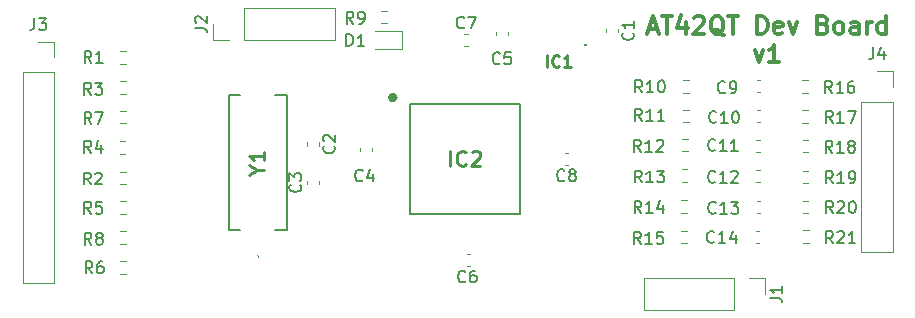
<source format=gbr>
%TF.GenerationSoftware,KiCad,Pcbnew,6.0.2+dfsg-1~bpo11+1*%
%TF.CreationDate,2022-09-15T10:13:56-04:00*%
%TF.ProjectId,at42qt148_captouch,61743432-7174-4313-9438-5f636170746f,rev?*%
%TF.SameCoordinates,Original*%
%TF.FileFunction,Legend,Top*%
%TF.FilePolarity,Positive*%
%FSLAX46Y46*%
G04 Gerber Fmt 4.6, Leading zero omitted, Abs format (unit mm)*
G04 Created by KiCad (PCBNEW 6.0.2+dfsg-1~bpo11+1) date 2022-09-15 10:13:56*
%MOMM*%
%LPD*%
G01*
G04 APERTURE LIST*
%ADD10C,0.300000*%
%ADD11C,0.150000*%
%ADD12C,0.250000*%
%ADD13C,0.254000*%
%ADD14C,0.120000*%
%ADD15C,0.200000*%
%ADD16C,0.100000*%
%ADD17C,0.400000*%
G04 APERTURE END LIST*
D10*
X160378571Y-84217500D02*
X161092857Y-84217500D01*
X160235714Y-84646071D02*
X160735714Y-83146071D01*
X161235714Y-84646071D01*
X161521428Y-83146071D02*
X162378571Y-83146071D01*
X161950000Y-84646071D02*
X161950000Y-83146071D01*
X163521428Y-83646071D02*
X163521428Y-84646071D01*
X163164285Y-83074642D02*
X162807142Y-84146071D01*
X163735714Y-84146071D01*
X164235714Y-83288928D02*
X164307142Y-83217500D01*
X164450000Y-83146071D01*
X164807142Y-83146071D01*
X164950000Y-83217500D01*
X165021428Y-83288928D01*
X165092857Y-83431785D01*
X165092857Y-83574642D01*
X165021428Y-83788928D01*
X164164285Y-84646071D01*
X165092857Y-84646071D01*
X166735714Y-84788928D02*
X166592857Y-84717500D01*
X166450000Y-84574642D01*
X166235714Y-84360357D01*
X166092857Y-84288928D01*
X165950000Y-84288928D01*
X166021428Y-84646071D02*
X165878571Y-84574642D01*
X165735714Y-84431785D01*
X165664285Y-84146071D01*
X165664285Y-83646071D01*
X165735714Y-83360357D01*
X165878571Y-83217500D01*
X166021428Y-83146071D01*
X166307142Y-83146071D01*
X166450000Y-83217500D01*
X166592857Y-83360357D01*
X166664285Y-83646071D01*
X166664285Y-84146071D01*
X166592857Y-84431785D01*
X166450000Y-84574642D01*
X166307142Y-84646071D01*
X166021428Y-84646071D01*
X167092857Y-83146071D02*
X167950000Y-83146071D01*
X167521428Y-84646071D02*
X167521428Y-83146071D01*
X169592857Y-84646071D02*
X169592857Y-83146071D01*
X169950000Y-83146071D01*
X170164285Y-83217500D01*
X170307142Y-83360357D01*
X170378571Y-83503214D01*
X170450000Y-83788928D01*
X170450000Y-84003214D01*
X170378571Y-84288928D01*
X170307142Y-84431785D01*
X170164285Y-84574642D01*
X169950000Y-84646071D01*
X169592857Y-84646071D01*
X171664285Y-84574642D02*
X171521428Y-84646071D01*
X171235714Y-84646071D01*
X171092857Y-84574642D01*
X171021428Y-84431785D01*
X171021428Y-83860357D01*
X171092857Y-83717500D01*
X171235714Y-83646071D01*
X171521428Y-83646071D01*
X171664285Y-83717500D01*
X171735714Y-83860357D01*
X171735714Y-84003214D01*
X171021428Y-84146071D01*
X172235714Y-83646071D02*
X172592857Y-84646071D01*
X172950000Y-83646071D01*
X175164285Y-83860357D02*
X175378571Y-83931785D01*
X175450000Y-84003214D01*
X175521428Y-84146071D01*
X175521428Y-84360357D01*
X175450000Y-84503214D01*
X175378571Y-84574642D01*
X175235714Y-84646071D01*
X174664285Y-84646071D01*
X174664285Y-83146071D01*
X175164285Y-83146071D01*
X175307142Y-83217500D01*
X175378571Y-83288928D01*
X175450000Y-83431785D01*
X175450000Y-83574642D01*
X175378571Y-83717500D01*
X175307142Y-83788928D01*
X175164285Y-83860357D01*
X174664285Y-83860357D01*
X176378571Y-84646071D02*
X176235714Y-84574642D01*
X176164285Y-84503214D01*
X176092857Y-84360357D01*
X176092857Y-83931785D01*
X176164285Y-83788928D01*
X176235714Y-83717500D01*
X176378571Y-83646071D01*
X176592857Y-83646071D01*
X176735714Y-83717500D01*
X176807142Y-83788928D01*
X176878571Y-83931785D01*
X176878571Y-84360357D01*
X176807142Y-84503214D01*
X176735714Y-84574642D01*
X176592857Y-84646071D01*
X176378571Y-84646071D01*
X178164285Y-84646071D02*
X178164285Y-83860357D01*
X178092857Y-83717500D01*
X177950000Y-83646071D01*
X177664285Y-83646071D01*
X177521428Y-83717500D01*
X178164285Y-84574642D02*
X178021428Y-84646071D01*
X177664285Y-84646071D01*
X177521428Y-84574642D01*
X177450000Y-84431785D01*
X177450000Y-84288928D01*
X177521428Y-84146071D01*
X177664285Y-84074642D01*
X178021428Y-84074642D01*
X178164285Y-84003214D01*
X178878571Y-84646071D02*
X178878571Y-83646071D01*
X178878571Y-83931785D02*
X178950000Y-83788928D01*
X179021428Y-83717500D01*
X179164285Y-83646071D01*
X179307142Y-83646071D01*
X180450000Y-84646071D02*
X180450000Y-83146071D01*
X180450000Y-84574642D02*
X180307142Y-84646071D01*
X180021428Y-84646071D01*
X179878571Y-84574642D01*
X179807142Y-84503214D01*
X179735714Y-84360357D01*
X179735714Y-83931785D01*
X179807142Y-83788928D01*
X179878571Y-83717500D01*
X180021428Y-83646071D01*
X180307142Y-83646071D01*
X180450000Y-83717500D01*
X169378571Y-86061071D02*
X169735714Y-87061071D01*
X170092857Y-86061071D01*
X171450000Y-87061071D02*
X170592857Y-87061071D01*
X171021428Y-87061071D02*
X171021428Y-85561071D01*
X170878571Y-85775357D01*
X170735714Y-85918214D01*
X170592857Y-85989642D01*
D11*
%TO.C,R15*%
X159732142Y-102427380D02*
X159398809Y-101951190D01*
X159160714Y-102427380D02*
X159160714Y-101427380D01*
X159541666Y-101427380D01*
X159636904Y-101475000D01*
X159684523Y-101522619D01*
X159732142Y-101617857D01*
X159732142Y-101760714D01*
X159684523Y-101855952D01*
X159636904Y-101903571D01*
X159541666Y-101951190D01*
X159160714Y-101951190D01*
X160684523Y-102427380D02*
X160113095Y-102427380D01*
X160398809Y-102427380D02*
X160398809Y-101427380D01*
X160303571Y-101570238D01*
X160208333Y-101665476D01*
X160113095Y-101713095D01*
X161589285Y-101427380D02*
X161113095Y-101427380D01*
X161065476Y-101903571D01*
X161113095Y-101855952D01*
X161208333Y-101808333D01*
X161446428Y-101808333D01*
X161541666Y-101855952D01*
X161589285Y-101903571D01*
X161636904Y-101998809D01*
X161636904Y-102236904D01*
X161589285Y-102332142D01*
X161541666Y-102379761D01*
X161446428Y-102427380D01*
X161208333Y-102427380D01*
X161113095Y-102379761D01*
X161065476Y-102332142D01*
%TO.C,R9*%
X135383333Y-83777380D02*
X135050000Y-83301190D01*
X134811904Y-83777380D02*
X134811904Y-82777380D01*
X135192857Y-82777380D01*
X135288095Y-82825000D01*
X135335714Y-82872619D01*
X135383333Y-82967857D01*
X135383333Y-83110714D01*
X135335714Y-83205952D01*
X135288095Y-83253571D01*
X135192857Y-83301190D01*
X134811904Y-83301190D01*
X135859523Y-83777380D02*
X136050000Y-83777380D01*
X136145238Y-83729761D01*
X136192857Y-83682142D01*
X136288095Y-83539285D01*
X136335714Y-83348809D01*
X136335714Y-82967857D01*
X136288095Y-82872619D01*
X136240476Y-82825000D01*
X136145238Y-82777380D01*
X135954761Y-82777380D01*
X135859523Y-82825000D01*
X135811904Y-82872619D01*
X135764285Y-82967857D01*
X135764285Y-83205952D01*
X135811904Y-83301190D01*
X135859523Y-83348809D01*
X135954761Y-83396428D01*
X136145238Y-83396428D01*
X136240476Y-83348809D01*
X136288095Y-83301190D01*
X136335714Y-83205952D01*
%TO.C,C5*%
X147783333Y-87132142D02*
X147735714Y-87179761D01*
X147592857Y-87227380D01*
X147497619Y-87227380D01*
X147354761Y-87179761D01*
X147259523Y-87084523D01*
X147211904Y-86989285D01*
X147164285Y-86798809D01*
X147164285Y-86655952D01*
X147211904Y-86465476D01*
X147259523Y-86370238D01*
X147354761Y-86275000D01*
X147497619Y-86227380D01*
X147592857Y-86227380D01*
X147735714Y-86275000D01*
X147783333Y-86322619D01*
X148688095Y-86227380D02*
X148211904Y-86227380D01*
X148164285Y-86703571D01*
X148211904Y-86655952D01*
X148307142Y-86608333D01*
X148545238Y-86608333D01*
X148640476Y-86655952D01*
X148688095Y-86703571D01*
X148735714Y-86798809D01*
X148735714Y-87036904D01*
X148688095Y-87132142D01*
X148640476Y-87179761D01*
X148545238Y-87227380D01*
X148307142Y-87227380D01*
X148211904Y-87179761D01*
X148164285Y-87132142D01*
%TO.C,R7*%
X113208333Y-92277380D02*
X112875000Y-91801190D01*
X112636904Y-92277380D02*
X112636904Y-91277380D01*
X113017857Y-91277380D01*
X113113095Y-91325000D01*
X113160714Y-91372619D01*
X113208333Y-91467857D01*
X113208333Y-91610714D01*
X113160714Y-91705952D01*
X113113095Y-91753571D01*
X113017857Y-91801190D01*
X112636904Y-91801190D01*
X113541666Y-91277380D02*
X114208333Y-91277380D01*
X113779761Y-92277380D01*
%TO.C,R8*%
X113208333Y-102502380D02*
X112875000Y-102026190D01*
X112636904Y-102502380D02*
X112636904Y-101502380D01*
X113017857Y-101502380D01*
X113113095Y-101550000D01*
X113160714Y-101597619D01*
X113208333Y-101692857D01*
X113208333Y-101835714D01*
X113160714Y-101930952D01*
X113113095Y-101978571D01*
X113017857Y-102026190D01*
X112636904Y-102026190D01*
X113779761Y-101930952D02*
X113684523Y-101883333D01*
X113636904Y-101835714D01*
X113589285Y-101740476D01*
X113589285Y-101692857D01*
X113636904Y-101597619D01*
X113684523Y-101550000D01*
X113779761Y-101502380D01*
X113970238Y-101502380D01*
X114065476Y-101550000D01*
X114113095Y-101597619D01*
X114160714Y-101692857D01*
X114160714Y-101740476D01*
X114113095Y-101835714D01*
X114065476Y-101883333D01*
X113970238Y-101930952D01*
X113779761Y-101930952D01*
X113684523Y-101978571D01*
X113636904Y-102026190D01*
X113589285Y-102121428D01*
X113589285Y-102311904D01*
X113636904Y-102407142D01*
X113684523Y-102454761D01*
X113779761Y-102502380D01*
X113970238Y-102502380D01*
X114065476Y-102454761D01*
X114113095Y-102407142D01*
X114160714Y-102311904D01*
X114160714Y-102121428D01*
X114113095Y-102026190D01*
X114065476Y-101978571D01*
X113970238Y-101930952D01*
%TO.C,R13*%
X159807142Y-97227380D02*
X159473809Y-96751190D01*
X159235714Y-97227380D02*
X159235714Y-96227380D01*
X159616666Y-96227380D01*
X159711904Y-96275000D01*
X159759523Y-96322619D01*
X159807142Y-96417857D01*
X159807142Y-96560714D01*
X159759523Y-96655952D01*
X159711904Y-96703571D01*
X159616666Y-96751190D01*
X159235714Y-96751190D01*
X160759523Y-97227380D02*
X160188095Y-97227380D01*
X160473809Y-97227380D02*
X160473809Y-96227380D01*
X160378571Y-96370238D01*
X160283333Y-96465476D01*
X160188095Y-96513095D01*
X161092857Y-96227380D02*
X161711904Y-96227380D01*
X161378571Y-96608333D01*
X161521428Y-96608333D01*
X161616666Y-96655952D01*
X161664285Y-96703571D01*
X161711904Y-96798809D01*
X161711904Y-97036904D01*
X161664285Y-97132142D01*
X161616666Y-97179761D01*
X161521428Y-97227380D01*
X161235714Y-97227380D01*
X161140476Y-97179761D01*
X161092857Y-97132142D01*
%TO.C,C10*%
X166107142Y-92107142D02*
X166059523Y-92154761D01*
X165916666Y-92202380D01*
X165821428Y-92202380D01*
X165678571Y-92154761D01*
X165583333Y-92059523D01*
X165535714Y-91964285D01*
X165488095Y-91773809D01*
X165488095Y-91630952D01*
X165535714Y-91440476D01*
X165583333Y-91345238D01*
X165678571Y-91250000D01*
X165821428Y-91202380D01*
X165916666Y-91202380D01*
X166059523Y-91250000D01*
X166107142Y-91297619D01*
X167059523Y-92202380D02*
X166488095Y-92202380D01*
X166773809Y-92202380D02*
X166773809Y-91202380D01*
X166678571Y-91345238D01*
X166583333Y-91440476D01*
X166488095Y-91488095D01*
X167678571Y-91202380D02*
X167773809Y-91202380D01*
X167869047Y-91250000D01*
X167916666Y-91297619D01*
X167964285Y-91392857D01*
X168011904Y-91583333D01*
X168011904Y-91821428D01*
X167964285Y-92011904D01*
X167916666Y-92107142D01*
X167869047Y-92154761D01*
X167773809Y-92202380D01*
X167678571Y-92202380D01*
X167583333Y-92154761D01*
X167535714Y-92107142D01*
X167488095Y-92011904D01*
X167440476Y-91821428D01*
X167440476Y-91583333D01*
X167488095Y-91392857D01*
X167535714Y-91297619D01*
X167583333Y-91250000D01*
X167678571Y-91202380D01*
%TO.C,D1*%
X134786904Y-85677380D02*
X134786904Y-84677380D01*
X135025000Y-84677380D01*
X135167857Y-84725000D01*
X135263095Y-84820238D01*
X135310714Y-84915476D01*
X135358333Y-85105952D01*
X135358333Y-85248809D01*
X135310714Y-85439285D01*
X135263095Y-85534523D01*
X135167857Y-85629761D01*
X135025000Y-85677380D01*
X134786904Y-85677380D01*
X136310714Y-85677380D02*
X135739285Y-85677380D01*
X136025000Y-85677380D02*
X136025000Y-84677380D01*
X135929761Y-84820238D01*
X135834523Y-84915476D01*
X135739285Y-84963095D01*
%TO.C,R14*%
X159757142Y-99802380D02*
X159423809Y-99326190D01*
X159185714Y-99802380D02*
X159185714Y-98802380D01*
X159566666Y-98802380D01*
X159661904Y-98850000D01*
X159709523Y-98897619D01*
X159757142Y-98992857D01*
X159757142Y-99135714D01*
X159709523Y-99230952D01*
X159661904Y-99278571D01*
X159566666Y-99326190D01*
X159185714Y-99326190D01*
X160709523Y-99802380D02*
X160138095Y-99802380D01*
X160423809Y-99802380D02*
X160423809Y-98802380D01*
X160328571Y-98945238D01*
X160233333Y-99040476D01*
X160138095Y-99088095D01*
X161566666Y-99135714D02*
X161566666Y-99802380D01*
X161328571Y-98754761D02*
X161090476Y-99469047D01*
X161709523Y-99469047D01*
%TO.C,R17*%
X175957142Y-92177380D02*
X175623809Y-91701190D01*
X175385714Y-92177380D02*
X175385714Y-91177380D01*
X175766666Y-91177380D01*
X175861904Y-91225000D01*
X175909523Y-91272619D01*
X175957142Y-91367857D01*
X175957142Y-91510714D01*
X175909523Y-91605952D01*
X175861904Y-91653571D01*
X175766666Y-91701190D01*
X175385714Y-91701190D01*
X176909523Y-92177380D02*
X176338095Y-92177380D01*
X176623809Y-92177380D02*
X176623809Y-91177380D01*
X176528571Y-91320238D01*
X176433333Y-91415476D01*
X176338095Y-91463095D01*
X177242857Y-91177380D02*
X177909523Y-91177380D01*
X177480952Y-92177380D01*
%TO.C,C3*%
X130877142Y-97416666D02*
X130924761Y-97464285D01*
X130972380Y-97607142D01*
X130972380Y-97702380D01*
X130924761Y-97845238D01*
X130829523Y-97940476D01*
X130734285Y-97988095D01*
X130543809Y-98035714D01*
X130400952Y-98035714D01*
X130210476Y-97988095D01*
X130115238Y-97940476D01*
X130020000Y-97845238D01*
X129972380Y-97702380D01*
X129972380Y-97607142D01*
X130020000Y-97464285D01*
X130067619Y-97416666D01*
X129972380Y-97083333D02*
X129972380Y-96464285D01*
X130353333Y-96797619D01*
X130353333Y-96654761D01*
X130400952Y-96559523D01*
X130448571Y-96511904D01*
X130543809Y-96464285D01*
X130781904Y-96464285D01*
X130877142Y-96511904D01*
X130924761Y-96559523D01*
X130972380Y-96654761D01*
X130972380Y-96940476D01*
X130924761Y-97035714D01*
X130877142Y-97083333D01*
%TO.C,C8*%
X153258333Y-97037142D02*
X153210714Y-97084761D01*
X153067857Y-97132380D01*
X152972619Y-97132380D01*
X152829761Y-97084761D01*
X152734523Y-96989523D01*
X152686904Y-96894285D01*
X152639285Y-96703809D01*
X152639285Y-96560952D01*
X152686904Y-96370476D01*
X152734523Y-96275238D01*
X152829761Y-96180000D01*
X152972619Y-96132380D01*
X153067857Y-96132380D01*
X153210714Y-96180000D01*
X153258333Y-96227619D01*
X153829761Y-96560952D02*
X153734523Y-96513333D01*
X153686904Y-96465714D01*
X153639285Y-96370476D01*
X153639285Y-96322857D01*
X153686904Y-96227619D01*
X153734523Y-96180000D01*
X153829761Y-96132380D01*
X154020238Y-96132380D01*
X154115476Y-96180000D01*
X154163095Y-96227619D01*
X154210714Y-96322857D01*
X154210714Y-96370476D01*
X154163095Y-96465714D01*
X154115476Y-96513333D01*
X154020238Y-96560952D01*
X153829761Y-96560952D01*
X153734523Y-96608571D01*
X153686904Y-96656190D01*
X153639285Y-96751428D01*
X153639285Y-96941904D01*
X153686904Y-97037142D01*
X153734523Y-97084761D01*
X153829761Y-97132380D01*
X154020238Y-97132380D01*
X154115476Y-97084761D01*
X154163095Y-97037142D01*
X154210714Y-96941904D01*
X154210714Y-96751428D01*
X154163095Y-96656190D01*
X154115476Y-96608571D01*
X154020238Y-96560952D01*
%TO.C,R12*%
X159732142Y-94627380D02*
X159398809Y-94151190D01*
X159160714Y-94627380D02*
X159160714Y-93627380D01*
X159541666Y-93627380D01*
X159636904Y-93675000D01*
X159684523Y-93722619D01*
X159732142Y-93817857D01*
X159732142Y-93960714D01*
X159684523Y-94055952D01*
X159636904Y-94103571D01*
X159541666Y-94151190D01*
X159160714Y-94151190D01*
X160684523Y-94627380D02*
X160113095Y-94627380D01*
X160398809Y-94627380D02*
X160398809Y-93627380D01*
X160303571Y-93770238D01*
X160208333Y-93865476D01*
X160113095Y-93913095D01*
X161065476Y-93722619D02*
X161113095Y-93675000D01*
X161208333Y-93627380D01*
X161446428Y-93627380D01*
X161541666Y-93675000D01*
X161589285Y-93722619D01*
X161636904Y-93817857D01*
X161636904Y-93913095D01*
X161589285Y-94055952D01*
X161017857Y-94627380D01*
X161636904Y-94627380D01*
%TO.C,R2*%
X113133333Y-97402380D02*
X112800000Y-96926190D01*
X112561904Y-97402380D02*
X112561904Y-96402380D01*
X112942857Y-96402380D01*
X113038095Y-96450000D01*
X113085714Y-96497619D01*
X113133333Y-96592857D01*
X113133333Y-96735714D01*
X113085714Y-96830952D01*
X113038095Y-96878571D01*
X112942857Y-96926190D01*
X112561904Y-96926190D01*
X113514285Y-96497619D02*
X113561904Y-96450000D01*
X113657142Y-96402380D01*
X113895238Y-96402380D01*
X113990476Y-96450000D01*
X114038095Y-96497619D01*
X114085714Y-96592857D01*
X114085714Y-96688095D01*
X114038095Y-96830952D01*
X113466666Y-97402380D01*
X114085714Y-97402380D01*
%TO.C,C9*%
X166858333Y-89582142D02*
X166810714Y-89629761D01*
X166667857Y-89677380D01*
X166572619Y-89677380D01*
X166429761Y-89629761D01*
X166334523Y-89534523D01*
X166286904Y-89439285D01*
X166239285Y-89248809D01*
X166239285Y-89105952D01*
X166286904Y-88915476D01*
X166334523Y-88820238D01*
X166429761Y-88725000D01*
X166572619Y-88677380D01*
X166667857Y-88677380D01*
X166810714Y-88725000D01*
X166858333Y-88772619D01*
X167334523Y-89677380D02*
X167525000Y-89677380D01*
X167620238Y-89629761D01*
X167667857Y-89582142D01*
X167763095Y-89439285D01*
X167810714Y-89248809D01*
X167810714Y-88867857D01*
X167763095Y-88772619D01*
X167715476Y-88725000D01*
X167620238Y-88677380D01*
X167429761Y-88677380D01*
X167334523Y-88725000D01*
X167286904Y-88772619D01*
X167239285Y-88867857D01*
X167239285Y-89105952D01*
X167286904Y-89201190D01*
X167334523Y-89248809D01*
X167429761Y-89296428D01*
X167620238Y-89296428D01*
X167715476Y-89248809D01*
X167763095Y-89201190D01*
X167810714Y-89105952D01*
%TO.C,C12*%
X166032142Y-97157142D02*
X165984523Y-97204761D01*
X165841666Y-97252380D01*
X165746428Y-97252380D01*
X165603571Y-97204761D01*
X165508333Y-97109523D01*
X165460714Y-97014285D01*
X165413095Y-96823809D01*
X165413095Y-96680952D01*
X165460714Y-96490476D01*
X165508333Y-96395238D01*
X165603571Y-96300000D01*
X165746428Y-96252380D01*
X165841666Y-96252380D01*
X165984523Y-96300000D01*
X166032142Y-96347619D01*
X166984523Y-97252380D02*
X166413095Y-97252380D01*
X166698809Y-97252380D02*
X166698809Y-96252380D01*
X166603571Y-96395238D01*
X166508333Y-96490476D01*
X166413095Y-96538095D01*
X167365476Y-96347619D02*
X167413095Y-96300000D01*
X167508333Y-96252380D01*
X167746428Y-96252380D01*
X167841666Y-96300000D01*
X167889285Y-96347619D01*
X167936904Y-96442857D01*
X167936904Y-96538095D01*
X167889285Y-96680952D01*
X167317857Y-97252380D01*
X167936904Y-97252380D01*
%TO.C,R5*%
X113183333Y-99877380D02*
X112850000Y-99401190D01*
X112611904Y-99877380D02*
X112611904Y-98877380D01*
X112992857Y-98877380D01*
X113088095Y-98925000D01*
X113135714Y-98972619D01*
X113183333Y-99067857D01*
X113183333Y-99210714D01*
X113135714Y-99305952D01*
X113088095Y-99353571D01*
X112992857Y-99401190D01*
X112611904Y-99401190D01*
X114088095Y-98877380D02*
X113611904Y-98877380D01*
X113564285Y-99353571D01*
X113611904Y-99305952D01*
X113707142Y-99258333D01*
X113945238Y-99258333D01*
X114040476Y-99305952D01*
X114088095Y-99353571D01*
X114135714Y-99448809D01*
X114135714Y-99686904D01*
X114088095Y-99782142D01*
X114040476Y-99829761D01*
X113945238Y-99877380D01*
X113707142Y-99877380D01*
X113611904Y-99829761D01*
X113564285Y-99782142D01*
%TO.C,C1*%
X159037142Y-84541666D02*
X159084761Y-84589285D01*
X159132380Y-84732142D01*
X159132380Y-84827380D01*
X159084761Y-84970238D01*
X158989523Y-85065476D01*
X158894285Y-85113095D01*
X158703809Y-85160714D01*
X158560952Y-85160714D01*
X158370476Y-85113095D01*
X158275238Y-85065476D01*
X158180000Y-84970238D01*
X158132380Y-84827380D01*
X158132380Y-84732142D01*
X158180000Y-84589285D01*
X158227619Y-84541666D01*
X159132380Y-83589285D02*
X159132380Y-84160714D01*
X159132380Y-83875000D02*
X158132380Y-83875000D01*
X158275238Y-83970238D01*
X158370476Y-84065476D01*
X158418095Y-84160714D01*
%TO.C,C7*%
X144758333Y-84102142D02*
X144710714Y-84149761D01*
X144567857Y-84197380D01*
X144472619Y-84197380D01*
X144329761Y-84149761D01*
X144234523Y-84054523D01*
X144186904Y-83959285D01*
X144139285Y-83768809D01*
X144139285Y-83625952D01*
X144186904Y-83435476D01*
X144234523Y-83340238D01*
X144329761Y-83245000D01*
X144472619Y-83197380D01*
X144567857Y-83197380D01*
X144710714Y-83245000D01*
X144758333Y-83292619D01*
X145091666Y-83197380D02*
X145758333Y-83197380D01*
X145329761Y-84197380D01*
%TO.C,C4*%
X136158333Y-97057142D02*
X136110714Y-97104761D01*
X135967857Y-97152380D01*
X135872619Y-97152380D01*
X135729761Y-97104761D01*
X135634523Y-97009523D01*
X135586904Y-96914285D01*
X135539285Y-96723809D01*
X135539285Y-96580952D01*
X135586904Y-96390476D01*
X135634523Y-96295238D01*
X135729761Y-96200000D01*
X135872619Y-96152380D01*
X135967857Y-96152380D01*
X136110714Y-96200000D01*
X136158333Y-96247619D01*
X137015476Y-96485714D02*
X137015476Y-97152380D01*
X136777380Y-96104761D02*
X136539285Y-96819047D01*
X137158333Y-96819047D01*
%TO.C,R21*%
X175982142Y-102377380D02*
X175648809Y-101901190D01*
X175410714Y-102377380D02*
X175410714Y-101377380D01*
X175791666Y-101377380D01*
X175886904Y-101425000D01*
X175934523Y-101472619D01*
X175982142Y-101567857D01*
X175982142Y-101710714D01*
X175934523Y-101805952D01*
X175886904Y-101853571D01*
X175791666Y-101901190D01*
X175410714Y-101901190D01*
X176363095Y-101472619D02*
X176410714Y-101425000D01*
X176505952Y-101377380D01*
X176744047Y-101377380D01*
X176839285Y-101425000D01*
X176886904Y-101472619D01*
X176934523Y-101567857D01*
X176934523Y-101663095D01*
X176886904Y-101805952D01*
X176315476Y-102377380D01*
X176934523Y-102377380D01*
X177886904Y-102377380D02*
X177315476Y-102377380D01*
X177601190Y-102377380D02*
X177601190Y-101377380D01*
X177505952Y-101520238D01*
X177410714Y-101615476D01*
X177315476Y-101663095D01*
%TO.C,R19*%
X175982142Y-97302380D02*
X175648809Y-96826190D01*
X175410714Y-97302380D02*
X175410714Y-96302380D01*
X175791666Y-96302380D01*
X175886904Y-96350000D01*
X175934523Y-96397619D01*
X175982142Y-96492857D01*
X175982142Y-96635714D01*
X175934523Y-96730952D01*
X175886904Y-96778571D01*
X175791666Y-96826190D01*
X175410714Y-96826190D01*
X176934523Y-97302380D02*
X176363095Y-97302380D01*
X176648809Y-97302380D02*
X176648809Y-96302380D01*
X176553571Y-96445238D01*
X176458333Y-96540476D01*
X176363095Y-96588095D01*
X177410714Y-97302380D02*
X177601190Y-97302380D01*
X177696428Y-97254761D01*
X177744047Y-97207142D01*
X177839285Y-97064285D01*
X177886904Y-96873809D01*
X177886904Y-96492857D01*
X177839285Y-96397619D01*
X177791666Y-96350000D01*
X177696428Y-96302380D01*
X177505952Y-96302380D01*
X177410714Y-96350000D01*
X177363095Y-96397619D01*
X177315476Y-96492857D01*
X177315476Y-96730952D01*
X177363095Y-96826190D01*
X177410714Y-96873809D01*
X177505952Y-96921428D01*
X177696428Y-96921428D01*
X177791666Y-96873809D01*
X177839285Y-96826190D01*
X177886904Y-96730952D01*
%TO.C,J3*%
X108366666Y-83327380D02*
X108366666Y-84041666D01*
X108319047Y-84184523D01*
X108223809Y-84279761D01*
X108080952Y-84327380D01*
X107985714Y-84327380D01*
X108747619Y-83327380D02*
X109366666Y-83327380D01*
X109033333Y-83708333D01*
X109176190Y-83708333D01*
X109271428Y-83755952D01*
X109319047Y-83803571D01*
X109366666Y-83898809D01*
X109366666Y-84136904D01*
X109319047Y-84232142D01*
X109271428Y-84279761D01*
X109176190Y-84327380D01*
X108890476Y-84327380D01*
X108795238Y-84279761D01*
X108747619Y-84232142D01*
%TO.C,R16*%
X175907142Y-89652380D02*
X175573809Y-89176190D01*
X175335714Y-89652380D02*
X175335714Y-88652380D01*
X175716666Y-88652380D01*
X175811904Y-88700000D01*
X175859523Y-88747619D01*
X175907142Y-88842857D01*
X175907142Y-88985714D01*
X175859523Y-89080952D01*
X175811904Y-89128571D01*
X175716666Y-89176190D01*
X175335714Y-89176190D01*
X176859523Y-89652380D02*
X176288095Y-89652380D01*
X176573809Y-89652380D02*
X176573809Y-88652380D01*
X176478571Y-88795238D01*
X176383333Y-88890476D01*
X176288095Y-88938095D01*
X177716666Y-88652380D02*
X177526190Y-88652380D01*
X177430952Y-88700000D01*
X177383333Y-88747619D01*
X177288095Y-88890476D01*
X177240476Y-89080952D01*
X177240476Y-89461904D01*
X177288095Y-89557142D01*
X177335714Y-89604761D01*
X177430952Y-89652380D01*
X177621428Y-89652380D01*
X177716666Y-89604761D01*
X177764285Y-89557142D01*
X177811904Y-89461904D01*
X177811904Y-89223809D01*
X177764285Y-89128571D01*
X177716666Y-89080952D01*
X177621428Y-89033333D01*
X177430952Y-89033333D01*
X177335714Y-89080952D01*
X177288095Y-89128571D01*
X177240476Y-89223809D01*
%TO.C,C6*%
X144858333Y-105607142D02*
X144810714Y-105654761D01*
X144667857Y-105702380D01*
X144572619Y-105702380D01*
X144429761Y-105654761D01*
X144334523Y-105559523D01*
X144286904Y-105464285D01*
X144239285Y-105273809D01*
X144239285Y-105130952D01*
X144286904Y-104940476D01*
X144334523Y-104845238D01*
X144429761Y-104750000D01*
X144572619Y-104702380D01*
X144667857Y-104702380D01*
X144810714Y-104750000D01*
X144858333Y-104797619D01*
X145715476Y-104702380D02*
X145525000Y-104702380D01*
X145429761Y-104750000D01*
X145382142Y-104797619D01*
X145286904Y-104940476D01*
X145239285Y-105130952D01*
X145239285Y-105511904D01*
X145286904Y-105607142D01*
X145334523Y-105654761D01*
X145429761Y-105702380D01*
X145620238Y-105702380D01*
X145715476Y-105654761D01*
X145763095Y-105607142D01*
X145810714Y-105511904D01*
X145810714Y-105273809D01*
X145763095Y-105178571D01*
X145715476Y-105130952D01*
X145620238Y-105083333D01*
X145429761Y-105083333D01*
X145334523Y-105130952D01*
X145286904Y-105178571D01*
X145239285Y-105273809D01*
D12*
%TO.C,IC1*%
X151773809Y-87452380D02*
X151773809Y-86452380D01*
X152821428Y-87357142D02*
X152773809Y-87404761D01*
X152630952Y-87452380D01*
X152535714Y-87452380D01*
X152392857Y-87404761D01*
X152297619Y-87309523D01*
X152250000Y-87214285D01*
X152202380Y-87023809D01*
X152202380Y-86880952D01*
X152250000Y-86690476D01*
X152297619Y-86595238D01*
X152392857Y-86500000D01*
X152535714Y-86452380D01*
X152630952Y-86452380D01*
X152773809Y-86500000D01*
X152821428Y-86547619D01*
X153773809Y-87452380D02*
X153202380Y-87452380D01*
X153488095Y-87452380D02*
X153488095Y-86452380D01*
X153392857Y-86595238D01*
X153297619Y-86690476D01*
X153202380Y-86738095D01*
D11*
%TO.C,R3*%
X113183333Y-89802380D02*
X112850000Y-89326190D01*
X112611904Y-89802380D02*
X112611904Y-88802380D01*
X112992857Y-88802380D01*
X113088095Y-88850000D01*
X113135714Y-88897619D01*
X113183333Y-88992857D01*
X113183333Y-89135714D01*
X113135714Y-89230952D01*
X113088095Y-89278571D01*
X112992857Y-89326190D01*
X112611904Y-89326190D01*
X113516666Y-88802380D02*
X114135714Y-88802380D01*
X113802380Y-89183333D01*
X113945238Y-89183333D01*
X114040476Y-89230952D01*
X114088095Y-89278571D01*
X114135714Y-89373809D01*
X114135714Y-89611904D01*
X114088095Y-89707142D01*
X114040476Y-89754761D01*
X113945238Y-89802380D01*
X113659523Y-89802380D01*
X113564285Y-89754761D01*
X113516666Y-89707142D01*
%TO.C,R1*%
X113208333Y-87102380D02*
X112875000Y-86626190D01*
X112636904Y-87102380D02*
X112636904Y-86102380D01*
X113017857Y-86102380D01*
X113113095Y-86150000D01*
X113160714Y-86197619D01*
X113208333Y-86292857D01*
X113208333Y-86435714D01*
X113160714Y-86530952D01*
X113113095Y-86578571D01*
X113017857Y-86626190D01*
X112636904Y-86626190D01*
X114160714Y-87102380D02*
X113589285Y-87102380D01*
X113875000Y-87102380D02*
X113875000Y-86102380D01*
X113779761Y-86245238D01*
X113684523Y-86340476D01*
X113589285Y-86388095D01*
%TO.C,R10*%
X159832142Y-89602380D02*
X159498809Y-89126190D01*
X159260714Y-89602380D02*
X159260714Y-88602380D01*
X159641666Y-88602380D01*
X159736904Y-88650000D01*
X159784523Y-88697619D01*
X159832142Y-88792857D01*
X159832142Y-88935714D01*
X159784523Y-89030952D01*
X159736904Y-89078571D01*
X159641666Y-89126190D01*
X159260714Y-89126190D01*
X160784523Y-89602380D02*
X160213095Y-89602380D01*
X160498809Y-89602380D02*
X160498809Y-88602380D01*
X160403571Y-88745238D01*
X160308333Y-88840476D01*
X160213095Y-88888095D01*
X161403571Y-88602380D02*
X161498809Y-88602380D01*
X161594047Y-88650000D01*
X161641666Y-88697619D01*
X161689285Y-88792857D01*
X161736904Y-88983333D01*
X161736904Y-89221428D01*
X161689285Y-89411904D01*
X161641666Y-89507142D01*
X161594047Y-89554761D01*
X161498809Y-89602380D01*
X161403571Y-89602380D01*
X161308333Y-89554761D01*
X161260714Y-89507142D01*
X161213095Y-89411904D01*
X161165476Y-89221428D01*
X161165476Y-88983333D01*
X161213095Y-88792857D01*
X161260714Y-88697619D01*
X161308333Y-88650000D01*
X161403571Y-88602380D01*
%TO.C,C13*%
X166057142Y-99782142D02*
X166009523Y-99829761D01*
X165866666Y-99877380D01*
X165771428Y-99877380D01*
X165628571Y-99829761D01*
X165533333Y-99734523D01*
X165485714Y-99639285D01*
X165438095Y-99448809D01*
X165438095Y-99305952D01*
X165485714Y-99115476D01*
X165533333Y-99020238D01*
X165628571Y-98925000D01*
X165771428Y-98877380D01*
X165866666Y-98877380D01*
X166009523Y-98925000D01*
X166057142Y-98972619D01*
X167009523Y-99877380D02*
X166438095Y-99877380D01*
X166723809Y-99877380D02*
X166723809Y-98877380D01*
X166628571Y-99020238D01*
X166533333Y-99115476D01*
X166438095Y-99163095D01*
X167342857Y-98877380D02*
X167961904Y-98877380D01*
X167628571Y-99258333D01*
X167771428Y-99258333D01*
X167866666Y-99305952D01*
X167914285Y-99353571D01*
X167961904Y-99448809D01*
X167961904Y-99686904D01*
X167914285Y-99782142D01*
X167866666Y-99829761D01*
X167771428Y-99877380D01*
X167485714Y-99877380D01*
X167390476Y-99829761D01*
X167342857Y-99782142D01*
%TO.C,J4*%
X179391666Y-85807380D02*
X179391666Y-86521666D01*
X179344047Y-86664523D01*
X179248809Y-86759761D01*
X179105952Y-86807380D01*
X179010714Y-86807380D01*
X180296428Y-86140714D02*
X180296428Y-86807380D01*
X180058333Y-85759761D02*
X179820238Y-86474047D01*
X180439285Y-86474047D01*
%TO.C,J1*%
X170682380Y-107013333D02*
X171396666Y-107013333D01*
X171539523Y-107060952D01*
X171634761Y-107156190D01*
X171682380Y-107299047D01*
X171682380Y-107394285D01*
X171682380Y-106013333D02*
X171682380Y-106584761D01*
X171682380Y-106299047D02*
X170682380Y-106299047D01*
X170825238Y-106394285D01*
X170920476Y-106489523D01*
X170968095Y-106584761D01*
%TO.C,J2*%
X121972380Y-84153333D02*
X122686666Y-84153333D01*
X122829523Y-84200952D01*
X122924761Y-84296190D01*
X122972380Y-84439047D01*
X122972380Y-84534285D01*
X122067619Y-83724761D02*
X122020000Y-83677142D01*
X121972380Y-83581904D01*
X121972380Y-83343809D01*
X122020000Y-83248571D01*
X122067619Y-83200952D01*
X122162857Y-83153333D01*
X122258095Y-83153333D01*
X122400952Y-83200952D01*
X122972380Y-83772380D01*
X122972380Y-83153333D01*
%TO.C,R20*%
X176007142Y-99802380D02*
X175673809Y-99326190D01*
X175435714Y-99802380D02*
X175435714Y-98802380D01*
X175816666Y-98802380D01*
X175911904Y-98850000D01*
X175959523Y-98897619D01*
X176007142Y-98992857D01*
X176007142Y-99135714D01*
X175959523Y-99230952D01*
X175911904Y-99278571D01*
X175816666Y-99326190D01*
X175435714Y-99326190D01*
X176388095Y-98897619D02*
X176435714Y-98850000D01*
X176530952Y-98802380D01*
X176769047Y-98802380D01*
X176864285Y-98850000D01*
X176911904Y-98897619D01*
X176959523Y-98992857D01*
X176959523Y-99088095D01*
X176911904Y-99230952D01*
X176340476Y-99802380D01*
X176959523Y-99802380D01*
X177578571Y-98802380D02*
X177673809Y-98802380D01*
X177769047Y-98850000D01*
X177816666Y-98897619D01*
X177864285Y-98992857D01*
X177911904Y-99183333D01*
X177911904Y-99421428D01*
X177864285Y-99611904D01*
X177816666Y-99707142D01*
X177769047Y-99754761D01*
X177673809Y-99802380D01*
X177578571Y-99802380D01*
X177483333Y-99754761D01*
X177435714Y-99707142D01*
X177388095Y-99611904D01*
X177340476Y-99421428D01*
X177340476Y-99183333D01*
X177388095Y-98992857D01*
X177435714Y-98897619D01*
X177483333Y-98850000D01*
X177578571Y-98802380D01*
%TO.C,R6*%
X113283333Y-104927380D02*
X112950000Y-104451190D01*
X112711904Y-104927380D02*
X112711904Y-103927380D01*
X113092857Y-103927380D01*
X113188095Y-103975000D01*
X113235714Y-104022619D01*
X113283333Y-104117857D01*
X113283333Y-104260714D01*
X113235714Y-104355952D01*
X113188095Y-104403571D01*
X113092857Y-104451190D01*
X112711904Y-104451190D01*
X114140476Y-103927380D02*
X113950000Y-103927380D01*
X113854761Y-103975000D01*
X113807142Y-104022619D01*
X113711904Y-104165476D01*
X113664285Y-104355952D01*
X113664285Y-104736904D01*
X113711904Y-104832142D01*
X113759523Y-104879761D01*
X113854761Y-104927380D01*
X114045238Y-104927380D01*
X114140476Y-104879761D01*
X114188095Y-104832142D01*
X114235714Y-104736904D01*
X114235714Y-104498809D01*
X114188095Y-104403571D01*
X114140476Y-104355952D01*
X114045238Y-104308333D01*
X113854761Y-104308333D01*
X113759523Y-104355952D01*
X113711904Y-104403571D01*
X113664285Y-104498809D01*
%TO.C,C14*%
X165932142Y-102257142D02*
X165884523Y-102304761D01*
X165741666Y-102352380D01*
X165646428Y-102352380D01*
X165503571Y-102304761D01*
X165408333Y-102209523D01*
X165360714Y-102114285D01*
X165313095Y-101923809D01*
X165313095Y-101780952D01*
X165360714Y-101590476D01*
X165408333Y-101495238D01*
X165503571Y-101400000D01*
X165646428Y-101352380D01*
X165741666Y-101352380D01*
X165884523Y-101400000D01*
X165932142Y-101447619D01*
X166884523Y-102352380D02*
X166313095Y-102352380D01*
X166598809Y-102352380D02*
X166598809Y-101352380D01*
X166503571Y-101495238D01*
X166408333Y-101590476D01*
X166313095Y-101638095D01*
X167741666Y-101685714D02*
X167741666Y-102352380D01*
X167503571Y-101304761D02*
X167265476Y-102019047D01*
X167884523Y-102019047D01*
%TO.C,C2*%
X133737142Y-94141666D02*
X133784761Y-94189285D01*
X133832380Y-94332142D01*
X133832380Y-94427380D01*
X133784761Y-94570238D01*
X133689523Y-94665476D01*
X133594285Y-94713095D01*
X133403809Y-94760714D01*
X133260952Y-94760714D01*
X133070476Y-94713095D01*
X132975238Y-94665476D01*
X132880000Y-94570238D01*
X132832380Y-94427380D01*
X132832380Y-94332142D01*
X132880000Y-94189285D01*
X132927619Y-94141666D01*
X132927619Y-93760714D02*
X132880000Y-93713095D01*
X132832380Y-93617857D01*
X132832380Y-93379761D01*
X132880000Y-93284523D01*
X132927619Y-93236904D01*
X133022857Y-93189285D01*
X133118095Y-93189285D01*
X133260952Y-93236904D01*
X133832380Y-93808333D01*
X133832380Y-93189285D01*
D13*
%TO.C,Y1*%
X127244761Y-96154761D02*
X127849523Y-96154761D01*
X126579523Y-96578095D02*
X127244761Y-96154761D01*
X126579523Y-95731428D01*
X127849523Y-94642857D02*
X127849523Y-95368571D01*
X127849523Y-95005714D02*
X126579523Y-95005714D01*
X126760952Y-95126666D01*
X126881904Y-95247619D01*
X126942380Y-95368571D01*
D11*
%TO.C,C11*%
X166032142Y-94482142D02*
X165984523Y-94529761D01*
X165841666Y-94577380D01*
X165746428Y-94577380D01*
X165603571Y-94529761D01*
X165508333Y-94434523D01*
X165460714Y-94339285D01*
X165413095Y-94148809D01*
X165413095Y-94005952D01*
X165460714Y-93815476D01*
X165508333Y-93720238D01*
X165603571Y-93625000D01*
X165746428Y-93577380D01*
X165841666Y-93577380D01*
X165984523Y-93625000D01*
X166032142Y-93672619D01*
X166984523Y-94577380D02*
X166413095Y-94577380D01*
X166698809Y-94577380D02*
X166698809Y-93577380D01*
X166603571Y-93720238D01*
X166508333Y-93815476D01*
X166413095Y-93863095D01*
X167936904Y-94577380D02*
X167365476Y-94577380D01*
X167651190Y-94577380D02*
X167651190Y-93577380D01*
X167555952Y-93720238D01*
X167460714Y-93815476D01*
X167365476Y-93863095D01*
%TO.C,R11*%
X159807142Y-92002380D02*
X159473809Y-91526190D01*
X159235714Y-92002380D02*
X159235714Y-91002380D01*
X159616666Y-91002380D01*
X159711904Y-91050000D01*
X159759523Y-91097619D01*
X159807142Y-91192857D01*
X159807142Y-91335714D01*
X159759523Y-91430952D01*
X159711904Y-91478571D01*
X159616666Y-91526190D01*
X159235714Y-91526190D01*
X160759523Y-92002380D02*
X160188095Y-92002380D01*
X160473809Y-92002380D02*
X160473809Y-91002380D01*
X160378571Y-91145238D01*
X160283333Y-91240476D01*
X160188095Y-91288095D01*
X161711904Y-92002380D02*
X161140476Y-92002380D01*
X161426190Y-92002380D02*
X161426190Y-91002380D01*
X161330952Y-91145238D01*
X161235714Y-91240476D01*
X161140476Y-91288095D01*
%TO.C,R18*%
X175932142Y-94702380D02*
X175598809Y-94226190D01*
X175360714Y-94702380D02*
X175360714Y-93702380D01*
X175741666Y-93702380D01*
X175836904Y-93750000D01*
X175884523Y-93797619D01*
X175932142Y-93892857D01*
X175932142Y-94035714D01*
X175884523Y-94130952D01*
X175836904Y-94178571D01*
X175741666Y-94226190D01*
X175360714Y-94226190D01*
X176884523Y-94702380D02*
X176313095Y-94702380D01*
X176598809Y-94702380D02*
X176598809Y-93702380D01*
X176503571Y-93845238D01*
X176408333Y-93940476D01*
X176313095Y-93988095D01*
X177455952Y-94130952D02*
X177360714Y-94083333D01*
X177313095Y-94035714D01*
X177265476Y-93940476D01*
X177265476Y-93892857D01*
X177313095Y-93797619D01*
X177360714Y-93750000D01*
X177455952Y-93702380D01*
X177646428Y-93702380D01*
X177741666Y-93750000D01*
X177789285Y-93797619D01*
X177836904Y-93892857D01*
X177836904Y-93940476D01*
X177789285Y-94035714D01*
X177741666Y-94083333D01*
X177646428Y-94130952D01*
X177455952Y-94130952D01*
X177360714Y-94178571D01*
X177313095Y-94226190D01*
X177265476Y-94321428D01*
X177265476Y-94511904D01*
X177313095Y-94607142D01*
X177360714Y-94654761D01*
X177455952Y-94702380D01*
X177646428Y-94702380D01*
X177741666Y-94654761D01*
X177789285Y-94607142D01*
X177836904Y-94511904D01*
X177836904Y-94321428D01*
X177789285Y-94226190D01*
X177741666Y-94178571D01*
X177646428Y-94130952D01*
D13*
%TO.C,IC2*%
X143585238Y-95824523D02*
X143585238Y-94554523D01*
X144915714Y-95703571D02*
X144855238Y-95764047D01*
X144673809Y-95824523D01*
X144552857Y-95824523D01*
X144371428Y-95764047D01*
X144250476Y-95643095D01*
X144190000Y-95522142D01*
X144129523Y-95280238D01*
X144129523Y-95098809D01*
X144190000Y-94856904D01*
X144250476Y-94735952D01*
X144371428Y-94615000D01*
X144552857Y-94554523D01*
X144673809Y-94554523D01*
X144855238Y-94615000D01*
X144915714Y-94675476D01*
X145399523Y-94675476D02*
X145460000Y-94615000D01*
X145580952Y-94554523D01*
X145883333Y-94554523D01*
X146004285Y-94615000D01*
X146064761Y-94675476D01*
X146125238Y-94796428D01*
X146125238Y-94917380D01*
X146064761Y-95098809D01*
X145339047Y-95824523D01*
X146125238Y-95824523D01*
D11*
%TO.C,R4*%
X113183333Y-94702380D02*
X112850000Y-94226190D01*
X112611904Y-94702380D02*
X112611904Y-93702380D01*
X112992857Y-93702380D01*
X113088095Y-93750000D01*
X113135714Y-93797619D01*
X113183333Y-93892857D01*
X113183333Y-94035714D01*
X113135714Y-94130952D01*
X113088095Y-94178571D01*
X112992857Y-94226190D01*
X112611904Y-94226190D01*
X114040476Y-94035714D02*
X114040476Y-94702380D01*
X113802380Y-93654761D02*
X113564285Y-94369047D01*
X114183333Y-94369047D01*
D14*
%TO.C,R15*%
X163612258Y-101352500D02*
X163137742Y-101352500D01*
X163612258Y-102397500D02*
X163137742Y-102397500D01*
%TO.C,R9*%
X137762742Y-83772500D02*
X138237258Y-83772500D01*
X137762742Y-82727500D02*
X138237258Y-82727500D01*
%TO.C,C5*%
X148460000Y-84765580D02*
X148460000Y-84484420D01*
X147440000Y-84765580D02*
X147440000Y-84484420D01*
%TO.C,R7*%
X116112258Y-91177500D02*
X115637742Y-91177500D01*
X116112258Y-92222500D02*
X115637742Y-92222500D01*
%TO.C,R8*%
X116137258Y-102422500D02*
X115662742Y-102422500D01*
X116137258Y-101377500D02*
X115662742Y-101377500D01*
%TO.C,R13*%
X163662258Y-96127500D02*
X163187742Y-96127500D01*
X163662258Y-97172500D02*
X163187742Y-97172500D01*
%TO.C,C10*%
X169534420Y-92135000D02*
X169815580Y-92135000D01*
X169534420Y-91115000D02*
X169815580Y-91115000D01*
%TO.C,D1*%
X139485000Y-84440000D02*
X137200000Y-84440000D01*
X139485000Y-85910000D02*
X139485000Y-84440000D01*
X137200000Y-85910000D02*
X139485000Y-85910000D01*
%TO.C,R14*%
X163637258Y-99797500D02*
X163162742Y-99797500D01*
X163637258Y-98752500D02*
X163162742Y-98752500D01*
%TO.C,R17*%
X173387742Y-91127500D02*
X173862258Y-91127500D01*
X173387742Y-92172500D02*
X173862258Y-92172500D01*
%TO.C,C3*%
X131440000Y-97390580D02*
X131440000Y-97109420D01*
X132460000Y-97390580D02*
X132460000Y-97109420D01*
%TO.C,C8*%
X153565580Y-94740000D02*
X153284420Y-94740000D01*
X153565580Y-95760000D02*
X153284420Y-95760000D01*
%TO.C,R12*%
X163712258Y-93552500D02*
X163237742Y-93552500D01*
X163712258Y-94597500D02*
X163237742Y-94597500D01*
%TO.C,R2*%
X116112258Y-97372500D02*
X115637742Y-97372500D01*
X116112258Y-96327500D02*
X115637742Y-96327500D01*
%TO.C,C9*%
X169559420Y-89610000D02*
X169840580Y-89610000D01*
X169559420Y-88590000D02*
X169840580Y-88590000D01*
%TO.C,C12*%
X169509420Y-97235000D02*
X169790580Y-97235000D01*
X169509420Y-96215000D02*
X169790580Y-96215000D01*
%TO.C,R5*%
X116137258Y-99872500D02*
X115662742Y-99872500D01*
X116137258Y-98827500D02*
X115662742Y-98827500D01*
%TO.C,C1*%
X157760000Y-84234420D02*
X157760000Y-84515580D01*
X156740000Y-84234420D02*
X156740000Y-84515580D01*
%TO.C,C7*%
X144784420Y-85685000D02*
X145065580Y-85685000D01*
X144784420Y-84665000D02*
X145065580Y-84665000D01*
%TO.C,C4*%
X135965000Y-94284420D02*
X135965000Y-94565580D01*
X136985000Y-94284420D02*
X136985000Y-94565580D01*
%TO.C,R21*%
X173462742Y-102347500D02*
X173937258Y-102347500D01*
X173462742Y-101302500D02*
X173937258Y-101302500D01*
%TO.C,R19*%
X173412742Y-97272500D02*
X173887258Y-97272500D01*
X173412742Y-96227500D02*
X173887258Y-96227500D01*
%TO.C,J3*%
X110030000Y-85315000D02*
X110030000Y-86645000D01*
X107370000Y-105755000D02*
X110030000Y-105755000D01*
X107370000Y-87915000D02*
X107370000Y-105755000D01*
X107370000Y-87915000D02*
X110030000Y-87915000D01*
X110030000Y-87915000D02*
X110030000Y-105755000D01*
X108700000Y-85315000D02*
X110030000Y-85315000D01*
%TO.C,R16*%
X173387742Y-88602500D02*
X173862258Y-88602500D01*
X173387742Y-89647500D02*
X173862258Y-89647500D01*
%TO.C,C6*%
X145009420Y-103290000D02*
X145290580Y-103290000D01*
X145009420Y-104310000D02*
X145290580Y-104310000D01*
D15*
%TO.C,IC1*%
X155100000Y-85575000D02*
X155100000Y-85575000D01*
X155000000Y-85575000D02*
X155000000Y-85575000D01*
X155000000Y-85575000D02*
X155000000Y-85575000D01*
X155000000Y-85575000D02*
G75*
G03*
X155100000Y-85575000I50000J0D01*
G01*
X155100000Y-85575000D02*
G75*
G03*
X155000000Y-85575000I-50000J0D01*
G01*
X155000000Y-85575000D02*
G75*
G03*
X155100000Y-85575000I50000J0D01*
G01*
D14*
%TO.C,R3*%
X116112258Y-88677500D02*
X115637742Y-88677500D01*
X116112258Y-89722500D02*
X115637742Y-89722500D01*
%TO.C,R1*%
X116112258Y-87172500D02*
X115637742Y-87172500D01*
X116112258Y-86127500D02*
X115637742Y-86127500D01*
%TO.C,R10*%
X163762258Y-88577500D02*
X163287742Y-88577500D01*
X163762258Y-89622500D02*
X163287742Y-89622500D01*
%TO.C,C13*%
X169534420Y-98790000D02*
X169815580Y-98790000D01*
X169534420Y-99810000D02*
X169815580Y-99810000D01*
%TO.C,J4*%
X179725000Y-87795000D02*
X181055000Y-87795000D01*
X178395000Y-103155000D02*
X181055000Y-103155000D01*
X181055000Y-90395000D02*
X181055000Y-103155000D01*
X181055000Y-87795000D02*
X181055000Y-89125000D01*
X178395000Y-90395000D02*
X178395000Y-103155000D01*
X178395000Y-90395000D02*
X181055000Y-90395000D01*
%TO.C,J1*%
X167630000Y-105350000D02*
X159950000Y-105350000D01*
X170230000Y-105350000D02*
X170230000Y-106680000D01*
X167630000Y-105350000D02*
X167630000Y-108010000D01*
X159950000Y-105350000D02*
X159950000Y-108010000D01*
X168900000Y-105350000D02*
X170230000Y-105350000D01*
X167630000Y-108010000D02*
X159950000Y-108010000D01*
%TO.C,J2*%
X126120000Y-85150000D02*
X126120000Y-82490000D01*
X133800000Y-85150000D02*
X133800000Y-82490000D01*
X126120000Y-85150000D02*
X133800000Y-85150000D01*
X126120000Y-82490000D02*
X133800000Y-82490000D01*
X123520000Y-85150000D02*
X123520000Y-83820000D01*
X124850000Y-85150000D02*
X123520000Y-85150000D01*
%TO.C,R20*%
X173437742Y-99847500D02*
X173912258Y-99847500D01*
X173437742Y-98802500D02*
X173912258Y-98802500D01*
%TO.C,R6*%
X116137258Y-104947500D02*
X115662742Y-104947500D01*
X116137258Y-103902500D02*
X115662742Y-103902500D01*
%TO.C,C14*%
X169459420Y-102360000D02*
X169740580Y-102360000D01*
X169459420Y-101340000D02*
X169740580Y-101340000D01*
%TO.C,C2*%
X131440000Y-93834420D02*
X131440000Y-94115580D01*
X132460000Y-93834420D02*
X132460000Y-94115580D01*
D16*
%TO.C,Y1*%
X127275000Y-103450000D02*
X127275000Y-103450000D01*
D15*
X129725000Y-89850000D02*
X128775000Y-89850000D01*
X125775000Y-101250000D02*
X124825000Y-101250000D01*
X124825000Y-89850000D02*
X125775000Y-89850000D01*
D16*
X127275000Y-103550000D02*
X127275000Y-103550000D01*
D15*
X128775000Y-101250000D02*
X129725000Y-101250000D01*
X124825000Y-101250000D02*
X124825000Y-89850000D01*
X129725000Y-101250000D02*
X129725000Y-89850000D01*
D16*
X127275000Y-103550000D02*
G75*
G03*
X127275000Y-103450000I0J50000D01*
G01*
X127275000Y-103450000D02*
G75*
G03*
X127275000Y-103550000I0J-50000D01*
G01*
D14*
%TO.C,C11*%
X169509420Y-93615000D02*
X169790580Y-93615000D01*
X169509420Y-94635000D02*
X169790580Y-94635000D01*
%TO.C,R11*%
X163762258Y-91077500D02*
X163287742Y-91077500D01*
X163762258Y-92122500D02*
X163287742Y-92122500D01*
%TO.C,R18*%
X173412742Y-93652500D02*
X173887258Y-93652500D01*
X173412742Y-94697500D02*
X173887258Y-94697500D01*
D15*
%TO.C,IC2*%
X149475000Y-99900000D02*
X140175000Y-99900000D01*
X149475000Y-90600000D02*
X149475000Y-99900000D01*
X140175000Y-99900000D02*
X140175000Y-90600000D01*
X140175000Y-90600000D02*
X149475000Y-90600000D01*
D17*
X138925000Y-90050000D02*
G75*
G03*
X138925000Y-90050000I-200000J0D01*
G01*
D14*
%TO.C,R4*%
X116087258Y-94797500D02*
X115612742Y-94797500D01*
X116087258Y-93752500D02*
X115612742Y-93752500D01*
%TD*%
M02*

</source>
